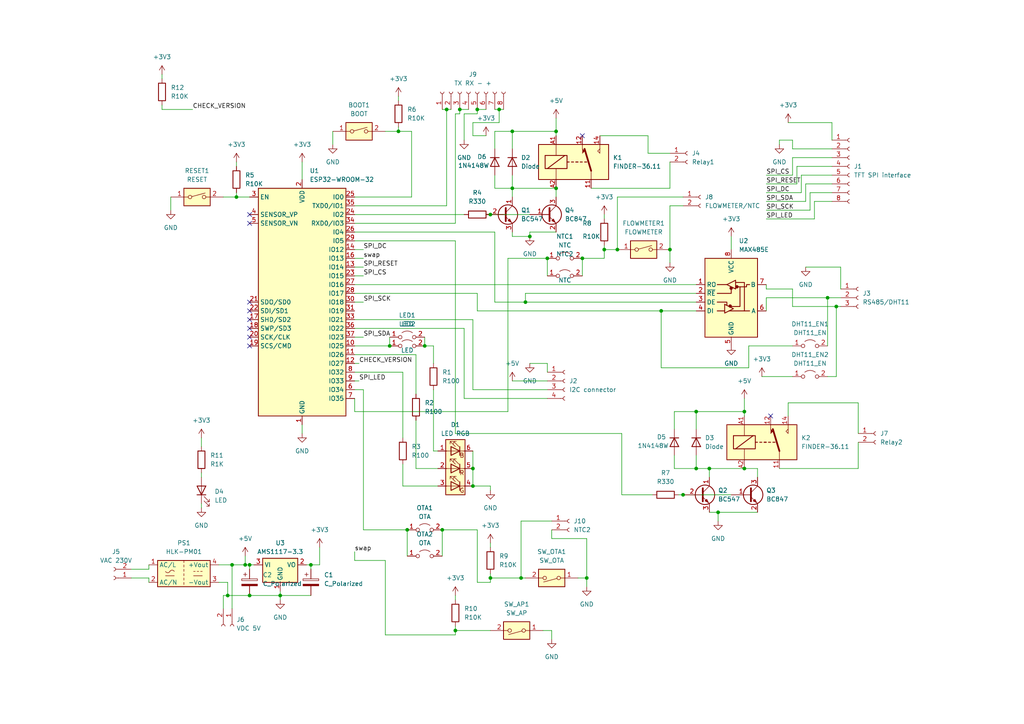
<source format=kicad_sch>
(kicad_sch (version 20250114) (generator "eeschema") (generator_version "9.0")
  (paper "A4")
  (lib_symbols
    (symbol "Connector:Conn_01x02_Socket" (pin_names (offset 1.016) (hide yes))
      (property "Reference" "J" (at 0 2.54 0))
      (property "Value" "Conn_01x02_Socket" (at 0 -5.08 0))
      (symbol "Conn_01x02_Socket_1_1"
        (pin passive line (at -5.08 0 0) (length 3.81) (name "Pin_1") (number "1"))
        (pin passive line (at -5.08 -2.54 0) (length 3.81) (name "Pin_2") (number "2"))
      )
    )
    (symbol "Connector:Conn_01x03_Socket" (pin_names (offset 1.016) (hide yes))
      (property "Reference" "J" (at 0 5.08 0))
      (property "Value" "Conn_01x03_Socket" (at 0 -5.08 0))
      (symbol "Conn_01x03_Socket_1_1"
        (pin passive line (at -5.08 2.54 0) (length 3.81) (name "Pin_1") (number "1"))
        (pin passive line (at -5.08 0 0) (length 3.81) (name "Pin_2") (number "2"))
        (pin passive line (at -5.08 -2.54 0) (length 3.81) (name "Pin_3") (number "3"))
      )
    )
    (symbol "Connector:Conn_01x04_Socket" (pin_names (offset 1.016) (hide yes))
      (property "Reference" "J" (at 0 5.08 0))
      (property "Value" "Conn_01x04_Socket" (at 0 -7.62 0))
      (symbol "Conn_01x04_Socket_1_1"
        (pin passive line (at -5.08 2.54 0) (length 3.81) (name "Pin_1") (number "1"))
        (pin passive line (at -5.08 0 0) (length 3.81) (name "Pin_2") (number "2"))
        (pin passive line (at -5.08 -2.54 0) (length 3.81) (name "Pin_3") (number "3"))
        (pin passive line (at -5.08 -5.08 0) (length 3.81) (name "Pin_4") (number "4"))
      )
    )
    (symbol "Connector:Conn_01x08_Socket" (pin_names (offset 1.016) (hide yes))
      (property "Reference" "J" (at 0 10.16 0))
      (property "Value" "Conn_01x08_Socket" (at 0 -12.7 0))
      (symbol "Conn_01x08_Socket_1_1"
        (pin passive line (at -5.08 7.62 0) (length 3.81) (name "Pin_1") (number "1"))
        (pin passive line (at -5.08 5.08 0) (length 3.81) (name "Pin_2") (number "2"))
        (pin passive line (at -5.08 2.54 0) (length 3.81) (name "Pin_3") (number "3"))
        (pin passive line (at -5.08 0 0) (length 3.81) (name "Pin_4") (number "4"))
        (pin passive line (at -5.08 -2.54 0) (length 3.81) (name "Pin_5") (number "5"))
        (pin passive line (at -5.08 -5.08 0) (length 3.81) (name "Pin_6") (number "6"))
        (pin passive line (at -5.08 -7.62 0) (length 3.81) (name "Pin_7") (number "7"))
        (pin passive line (at -5.08 -10.16 0) (length 3.81) (name "Pin_8") (number "8"))
      )
    )
    (symbol "Converter_ACDC:HLK-PM01"
      (property "Reference" "PS" (at 0 5.08 0))
      (property "Value" "HLK-PM01" (at 0 -5.08 0))
      (symbol "HLK-PM01_1_1"
        (pin power_in line (at -10.16 2.54 0) (length 2.54) (name "AC/L") (number "1"))
        (pin power_in line (at -10.16 -2.54 0) (length 2.54) (name "AC/N") (number "2"))
        (pin power_out line (at 10.16 2.54 180) (length 2.54) (name "+Vout") (number "4"))
        (pin power_out line (at 10.16 -2.54 180) (length 2.54) (name "-Vout") (number "3"))
      )
    )
    (symbol "Device:C_Polarized" (pin_numbers (hide yes)) (pin_names (offset 0.254))
      (property "Reference" "C" (at 0.635 2.54 0))
      (property "Value" "C_Polarized" (at 0.635 -2.54 0))
      (symbol "C_Polarized_1_1"
        (pin passive line (at 0 3.81 270) (length 2.794) (name "~") (number "1"))
        (pin passive line (at 0 -3.81 90) (length 2.794) (name "~") (number "2"))
      )
    )
    (symbol "Device:LED" (pin_numbers (hide yes)) (pin_names (offset 1.016) (hide yes))
      (property "Reference" "D" (at 0 2.54 0))
      (property "Value" "LED" (at 0 -2.54 0))
      (symbol "LED_1_1"
        (pin passive line (at -3.81 0 0) (length 2.54) (name "K") (number "1"))
        (pin passive line (at 3.81 0 180) (length 2.54) (name "A") (number "2"))
      )
    )
    (symbol "Device:R" (pin_numbers (hide yes)) (pin_names (offset 0))
      (property "Reference" "R" (at 2.032 0 90))
      (property "Value" "R" (at 0 0 90))
      (symbol "R_1_1"
        (pin passive line (at 0 3.81 270) (length 1.27) (name "~") (number "1"))
        (pin passive line (at 0 -3.81 90) (length 1.27) (name "~") (number "2"))
      )
    )
    (symbol "Diode:1N4148W" (pin_numbers (hide yes)) (pin_names (hide yes))
      (property "Reference" "D" (at 0 2.54 0))
      (property "Value" "1N4148W" (at 0 -2.54 0))
      (symbol "1N4148W_1_1"
        (pin passive line (at -3.81 0 0) (length 2.54) (name "K") (number "1"))
        (pin passive line (at 3.81 0 180) (length 2.54) (name "A") (number "2"))
      )
    )
    (symbol "Diode:1N5400" (pin_numbers (hide yes)) (pin_names (hide yes))
      (property "Reference" "D" (at 0 2.54 0))
      (property "Value" "1N5400" (at 0 -2.54 0))
      (symbol "1N5400_1_1"
        (pin passive line (at -3.81 0 0) (length 2.54) (name "K") (number "1"))
        (pin passive line (at 3.81 0 180) (length 2.54) (name "A") (number "2"))
      )
    )
    (symbol "Interface_UART:MAX485E"
      (property "Reference" "U" (at -6.096 11.43 0))
      (property "Value" "MAX485E" (at 0.762 11.43 0))
      (symbol "MAX485E_1_1"
        (pin output line (at -10.16 2.54 0) (length 2.54) (name "RO") (number "1"))
        (pin input line (at -10.16 0 0) (length 2.54) (name "~{RE}") (number "2"))
        (pin input line (at -10.16 -2.54 0) (length 2.54) (name "DE") (number "3"))
        (pin input line (at -10.16 -5.08 0) (length 2.54) (name "DI") (number "4"))
        (pin power_in line (at 0 12.7 270) (length 2.54) (name "VCC") (number "8"))
        (pin power_in line (at 0 -15.24 90) (length 2.54) (name "GND") (number "5"))
        (pin bidirectional line (at 10.16 2.54 180) (length 2.54) (name "B") (number "7"))
        (pin bidirectional line (at 10.16 -5.08 180) (length 2.54) (name "A") (number "6"))
      )
    )
    (symbol "Jumper:Jumper_2_Open" (pin_names (offset 0) (hide yes))
      (property "Reference" "JP" (at 0 2.794 0))
      (property "Value" "Jumper_2_Open" (at 0 -2.286 0))
      (symbol "Jumper_2_Open_1_1"
        (pin passive line (at -5.08 0 0) (length 2.54) (name "A") (number "1"))
        (pin passive line (at 5.08 0 180) (length 2.54) (name "B") (number "2"))
      )
    )
    (symbol "LED:SMLVN6RGB" (pin_names (offset 0) (hide yes))
      (property "Reference" "D" (at 0 12.7 0))
      (property "Value" "SMLVN6RGB" (at 0 10.16 0))
      (symbol "SMLVN6RGB_0_0"
        (text "B" (at 1.905 3.81 0) (effects (font (size 1.27 1.27))))
        (text "R" (at 1.905 -1.27 0) (effects (font (size 1.27 1.27))))
        (text "G" (at 1.905 -6.35 0) (effects (font (size 1.27 1.27))))
      )
      (symbol "SMLVN6RGB_1_1"
        (pin passive line (at -5.08 5.08 0) (length 2.54) (name "BA") (number "1"))
        (pin passive line (at -5.08 0 0) (length 2.54) (name "RA") (number "2"))
        (pin passive line (at -5.08 -5.08 0) (length 2.54) (name "GA") (number "3"))
        (pin passive line (at 5.08 5.08 180) (length 2.54) (name "BK") (number "6"))
        (pin passive line (at 5.08 0 180) (length 2.54) (name "RK") (number "5"))
        (pin passive line (at 5.08 -5.08 180) (length 2.54) (name "GK") (number "4"))
      )
    )
    (symbol "RF_Module:ESP32-WROOM-32"
      (property "Reference" "U" (at -12.7 34.29 0))
      (property "Value" "ESP32-WROOM-32" (at 1.27 34.29 0))
      (symbol "ESP32-WROOM-32_1_1"
        (pin input line (at -15.24 30.48 0) (length 2.54) (name "EN") (number "3"))
        (pin input line (at -15.24 25.4 0) (length 2.54) (name "SENSOR_VP") (number "4"))
        (pin input line (at -15.24 22.86 0) (length 2.54) (name "SENSOR_VN") (number "5"))
        (pin bidirectional line (at -15.24 0 0) (length 2.54) (name "SDO/SD0") (number "21"))
        (pin bidirectional line (at -15.24 -2.54 0) (length 2.54) (name "SDI/SD1") (number "22"))
        (pin bidirectional line (at -15.24 -5.08 0) (length 2.54) (name "SHD/SD2") (number "17"))
        (pin bidirectional line (at -15.24 -7.62 0) (length 2.54) (name "SWP/SD3") (number "18"))
        (pin bidirectional line (at -15.24 -10.16 0) (length 2.54) (name "SCK/CLK") (number "20"))
        (pin bidirectional line (at -15.24 -12.7 0) (length 2.54) (name "SCS/CMD") (number "19"))
        (pin no_connect line (at -12.7 -27.94 0) (length 2.54) (hide yes) (name "NC") (number "32"))
        (pin power_in line (at 0 35.56 270) (length 2.54) (name "VDD") (number "2"))
        (pin power_in line (at 0 -35.56 90) (length 2.54) (name "GND") (number "1"))
        (pin passive line (at 0 -35.56 90) (length 2.54) (hide yes) (name "GND") (number "15"))
        (pin passive line (at 0 -35.56 90) (length 2.54) (hide yes) (name "GND") (number "38"))
        (pin passive line (at 0 -35.56 90) (length 2.54) (hide yes) (name "GND") (number "39"))
        (pin bidirectional line (at 15.24 30.48 180) (length 2.54) (name "IO0") (number "25"))
        (pin bidirectional line (at 15.24 27.94 180) (length 2.54) (name "TXD0/IO1") (number "35"))
        (pin bidirectional line (at 15.24 25.4 180) (length 2.54) (name "IO2") (number "24"))
        (pin bidirectional line (at 15.24 22.86 180) (length 2.54) (name "RXD0/IO3") (number "34"))
        (pin bidirectional line (at 15.24 20.32 180) (length 2.54) (name "IO4") (number "26"))
        (pin bidirectional line (at 15.24 17.78 180) (length 2.54) (name "IO5") (number "29"))
        (pin bidirectional line (at 15.24 15.24 180) (length 2.54) (name "IO12") (number "14"))
        (pin bidirectional line (at 15.24 12.7 180) (length 2.54) (name "IO13") (number "16"))
        (pin bidirectional line (at 15.24 10.16 180) (length 2.54) (name "IO14") (number "13"))
        (pin bidirectional line (at 15.24 7.62 180) (length 2.54) (name "IO15") (number "23"))
        (pin bidirectional line (at 15.24 5.08 180) (length 2.54) (name "IO16") (number "27"))
        (pin bidirectional line (at 15.24 2.54 180) (length 2.54) (name "IO17") (number "28"))
        (pin bidirectional line (at 15.24 0 180) (length 2.54) (name "IO18") (number "30"))
        (pin bidirectional line (at 15.24 -2.54 180) (length 2.54) (name "IO19") (number "31"))
        (pin bidirectional line (at 15.24 -5.08 180) (length 2.54) (name "IO21") (number "33"))
        (pin bidirectional line (at 15.24 -7.62 180) (length 2.54) (name "IO22") (number "36"))
        (pin bidirectional line (at 15.24 -10.16 180) (length 2.54) (name "IO23") (number "37"))
        (pin bidirectional line (at 15.24 -12.7 180) (length 2.54) (name "IO25") (number "10"))
        (pin bidirectional line (at 15.24 -15.24 180) (length 2.54) (name "IO26") (number "11"))
        (pin bidirectional line (at 15.24 -17.78 180) (length 2.54) (name "IO27") (number "12"))
        (pin bidirectional line (at 15.24 -20.32 180) (length 2.54) (name "IO32") (number "8"))
        (pin bidirectional line (at 15.24 -22.86 180) (length 2.54) (name "IO33") (number "9"))
        (pin input line (at 15.24 -25.4 180) (length 2.54) (name "IO34") (number "6"))
        (pin input line (at 15.24 -27.94 180) (length 2.54) (name "IO35") (number "7"))
      )
    )
    (symbol "Regulator_Linear:AMS1117-3.3"
      (property "Reference" "U" (at -3.81 3.175 0))
      (property "Value" "AMS1117-3.3" (at 0 3.175 0))
      (symbol "AMS1117-3.3_1_1"
        (pin power_in line (at -7.62 0 0) (length 2.54) (name "VI") (number "3"))
        (pin power_in line (at 0 -7.62 90) (length 2.54) (name "GND") (number "1"))
        (pin power_out line (at 7.62 0 180) (length 2.54) (name "VO") (number "2"))
      )
    )
    (symbol "Relay:FINDER-36.11"
      (property "Reference" "K" (at 11.43 3.81 0))
      (property "Value" "FINDER-36.11" (at 11.43 1.27 0))
      (symbol "FINDER-36.11_1_1"
        (pin passive line (at -5.08 7.62 270) (length 2.54) (name "~") (number "A1"))
        (pin passive line (at -5.08 -7.62 90) (length 2.54) (name "~") (number "A2"))
        (pin passive line (at 2.54 7.62 270) (length 2.54) (name "~") (number "12"))
        (pin passive line (at 5.08 -7.62 90) (length 2.54) (name "~") (number "11"))
        (pin passive line (at 7.62 7.62 270) (length 2.54) (name "~") (number "14"))
      )
    )
    (symbol "Switch:SW_DIP_x01" (pin_names (offset 0) (hide yes))
      (property "Reference" "SW" (at 0 3.81 0))
      (property "Value" "SW_DIP_x01" (at 0 -3.81 0))
      (symbol "SW_DIP_x01_1_1"
        (pin passive line (at -7.62 0 0) (length 5.08) (name "~") (number "1"))
        (pin passive line (at 7.62 0 180) (length 5.08) (name "~") (number "2"))
      )
    )
    (symbol "Transistor_BJT:BC547" (pin_names (offset 0) (hide yes))
      (property "Reference" "Q" (at 5.08 1.905 0))
      (property "Value" "BC547" (at 5.08 0 0))
      (symbol "BC547_1_1"
        (pin input line (at -5.08 0 0) (length 5.08) (name "B") (number "2"))
        (pin passive line (at 2.54 5.08 270) (length 2.54) (name "C") (number "1"))
        (pin passive line (at 2.54 -5.08 90) (length 2.54) (name "E") (number "3"))
      )
    )
    (symbol "Transistor_BJT:BC847" (pin_names (offset 0) (hide yes))
      (property "Reference" "Q" (at 5.08 1.905 0))
      (property "Value" "BC847" (at 5.08 0 0))
      (symbol "BC847_1_1"
        (pin input line (at -5.08 0 0) (length 5.715) (name "B") (number "1"))
        (pin passive line (at 2.54 5.08 270) (length 2.54) (name "C") (number "3"))
        (pin passive line (at 2.54 -5.08 90) (length 2.54) (name "E") (number "2"))
      )
    )
    (symbol "power:+3V3" (power) (pin_names (offset 0))
      (property "Value" "+3V3" (at 0 3.556 0))
      (symbol "+3V3_1_1"
        (pin power_in line (at 0 0 90) (length 0) (hide yes) (name "+3V3") (number "1"))
      )
    )
    (symbol "power:+5V" (power) (pin_names (offset 0))
      (property "Value" "+5V" (at 0 3.556 0))
      (symbol "+5V_1_1"
        (pin power_in line (at 0 0 90) (length 0) (hide yes) (name "+5V") (number "1"))
      )
    )
    (symbol "power:GND" (power) (pin_names (offset 0))
      (property "Value" "GND" (at 0 -3.81 0))
      (symbol "GND_1_1"
        (pin power_in line (at 0 0 270) (length 0) (hide yes) (name "GND") (number "1"))
      )
    )
  )
  (junction (at 81.28 172.72))
  (junction (at 68.58 57.15))
  (junction (at 71.12 163.83))
  (junction (at 215.9 119.38))
  (junction (at 158.75 74.93))
  (junction (at 170.18 167.64))
  (junction (at 201.93 119.38))
  (junction (at 115.57 38.1))
  (junction (at 148.59 38.1))
  (junction (at 66.04 172.72))
  (junction (at 191.77 90.17))
  (junction (at 128.27 153.67))
  (junction (at 138.43 31.75))
  (junction (at 198.12 143.51))
  (junction (at 133.35 31.75))
  (junction (at 152.4 87.63))
  (junction (at 113.03 100.33))
  (junction (at 215.9 135.89))
  (junction (at 153.67 68.58))
  (junction (at 240.03 86.36))
  (junction (at 142.24 62.23))
  (junction (at 67.31 163.83))
  (junction (at 132.08 182.88))
  (junction (at 201.93 135.89))
  (junction (at 161.29 54.61))
  (junction (at 142.24 167.64))
  (junction (at 205.74 135.89))
  (junction (at 118.11 153.67))
  (junction (at 208.28 148.59))
  (junction (at 72.39 163.83))
  (junction (at 72.39 172.72))
  (junction (at 242.57 88.9))
  (junction (at 90.17 163.83))
  (junction (at 194.31 72.39))
  (junction (at 179.07 72.39))
  (junction (at 148.59 54.61))
  (junction (at 168.91 74.93))
  (junction (at 175.26 72.39))
  (junction (at 161.29 38.1))
  (junction (at 144.78 31.75))
  (junction (at 123.19 100.33))
  (junction (at 137.16 135.89))
  (junction (at 137.16 140.97))
  (junction (at 129.54 31.75))
  (junction (at 151.13 167.64))
  (no_connect (at 72.39 92.71))
  (no_connect (at 72.39 90.17))
  (no_connect (at 72.39 97.79))
  (no_connect (at 72.39 64.77))
  (no_connect (at 168.91 39.37))
  (no_connect (at 72.39 62.23))
  (no_connect (at 72.39 95.25))
  (no_connect (at 72.39 100.33))
  (no_connect (at 72.39 87.63))
  (no_connect (at 223.52 120.65))
  (wire (pts (xy 231.14 53.34) (xy 231.14 48.26)))
  (wire (pts (xy 102.87 62.23) (xy 134.62 62.23)))
  (wire (pts (xy 137.16 92.71) (xy 102.87 92.71)))
  (wire (pts (xy 64.77 172.72) (xy 66.04 172.72)))
  (wire (pts (xy 194.31 59.69) (xy 198.12 59.69)))
  (wire (pts (xy 248.92 128.27) (xy 248.92 135.89)))
  (wire (pts (xy 58.42 137.16) (xy 58.42 138.43)))
  (wire (pts (xy 231.14 48.26) (xy 241.3 48.26)))
  (wire (pts (xy 142.24 182.88) (xy 132.08 182.88)))
  (wire (pts (xy 201.93 119.38) (xy 215.9 119.38)))
  (wire (pts (xy 191.77 90.17) (xy 201.93 90.17)))
  (wire (pts (xy 196.85 143.51) (xy 198.12 143.51)))
  (wire (pts (xy 102.87 160.02) (xy 102.87 162.56)))
  (wire (pts (xy 143.51 87.63) (xy 152.4 87.63)))
  (wire (pts (xy 222.25 53.34) (xy 231.14 53.34)))
  (wire (pts (xy 133.35 31.75) (xy 133.35 33.02)))
  (wire (pts (xy 242.57 88.9) (xy 243.84 88.9)))
  (wire (pts (xy 111.76 162.56) (xy 111.76 184.15)))
  (wire (pts (xy 187.96 44.45) (xy 187.96 39.37)))
  (wire (pts (xy 72.39 172.72) (xy 81.28 172.72)))
  (wire (pts (xy 194.31 72.39) (xy 194.31 59.69)))
  (wire (pts (xy 228.6 120.65) (xy 228.6 116.84)))
  (wire (pts (xy 173.99 39.37) (xy 187.96 39.37)))
  (wire (pts (xy 229.87 40.64) (xy 226.06 40.64)))
  (wire (pts (xy 125.73 130.81) (xy 127 130.81)))
  (wire (pts (xy 143.51 43.18) (xy 143.51 38.1)))
  (wire (pts (xy 43.18 167.64) (xy 38.1 167.64)))
  (wire (pts (xy 142.24 167.64) (xy 151.13 167.64)))
  (wire (pts (xy 248.92 135.89) (xy 226.06 135.89)))
  (wire (pts (xy 191.77 106.68) (xy 217.17 106.68)))
  (wire (pts (xy 137.16 130.81) (xy 137.16 135.89)))
  (wire (pts (xy 222.25 86.36) (xy 240.03 86.36)))
  (wire (pts (xy 142.24 62.23) (xy 140.97 62.23)))
  (wire (pts (xy 102.87 97.79) (xy 105.41 97.79)))
  (wire (pts (xy 128.27 31.75) (xy 129.54 31.75)))
  (wire (pts (xy 148.59 54.61) (xy 148.59 57.15)))
  (wire (pts (xy 143.51 54.61) (xy 148.59 54.61)))
  (wire (pts (xy 102.87 95.25) (xy 134.62 95.25)))
  (wire (pts (xy 143.51 67.31) (xy 143.51 87.63)))
  (wire (pts (xy 180.34 125.73) (xy 180.34 143.51)))
  (wire (pts (xy 137.16 140.97) (xy 142.24 140.97)))
  (wire (pts (xy 217.17 106.68) (xy 217.17 100.33)))
  (wire (pts (xy 67.31 163.83) (xy 67.31 176.53)))
  (wire (pts (xy 205.74 148.59) (xy 208.28 148.59)))
  (wire (pts (xy 148.59 68.58) (xy 148.59 67.31)))
  (wire (pts (xy 195.58 119.38) (xy 195.58 124.46)))
  (wire (pts (xy 151.13 151.13) (xy 151.13 167.64)))
  (wire (pts (xy 73.66 163.83) (xy 72.39 163.83)))
  (wire (pts (xy 102.87 82.55) (xy 201.93 82.55)))
  (wire (pts (xy 138.43 85.09) (xy 102.87 85.09)))
  (wire (pts (xy 142.24 166.37) (xy 142.24 167.64)))
  (wire (pts (xy 90.17 163.83) (xy 88.9 163.83)))
  (wire (pts (xy 168.91 74.93) (xy 175.26 74.93)))
  (wire (pts (xy 134.62 95.25) (xy 134.62 115.57)))
  (wire (pts (xy 228.6 35.56) (xy 241.3 35.56)))
  (wire (pts (xy 102.87 72.39) (xy 105.41 72.39)))
  (wire (pts (xy 228.6 116.84) (xy 248.92 116.84)))
  (wire (pts (xy 175.26 62.23) (xy 175.26 63.5)))
  (wire (pts (xy 241.3 55.88) (xy 234.95 55.88)))
  (wire (pts (xy 111.76 38.1) (xy 115.57 38.1)))
  (wire (pts (xy 119.38 57.15) (xy 102.87 57.15)))
  (wire (pts (xy 129.54 59.69) (xy 102.87 59.69)))
  (wire (pts (xy 115.57 38.1) (xy 119.38 38.1)))
  (wire (pts (xy 242.57 109.22) (xy 240.03 109.22)))
  (wire (pts (xy 142.24 62.23) (xy 153.67 62.23)))
  (wire (pts (xy 170.18 167.64) (xy 170.18 170.18)))
  (wire (pts (xy 64.77 172.72) (xy 64.77 176.53)))
  (wire (pts (xy 217.17 100.33) (xy 229.87 100.33)))
  (wire (pts (xy 215.9 115.57) (xy 215.9 119.38)))
  (wire (pts (xy 102.87 105.41) (xy 104.14 105.41)))
  (wire (pts (xy 90.17 163.83) (xy 90.17 165.1)))
  (wire (pts (xy 140.97 39.37) (xy 137.16 39.37)))
  (wire (pts (xy 115.57 27.94) (xy 115.57 29.21)))
  (wire (pts (xy 102.87 69.85) (xy 132.08 69.85)))
  (wire (pts (xy 194.31 54.61) (xy 171.45 54.61)))
  (wire (pts (xy 147.32 74.93) (xy 147.32 119.38)))
  (wire (pts (xy 138.43 90.17) (xy 138.43 85.09)))
  (wire (pts (xy 87.63 123.19) (xy 87.63 125.73)))
  (wire (pts (xy 232.41 50.8) (xy 232.41 55.88)))
  (wire (pts (xy 132.08 69.85) (xy 132.08 125.73)))
  (wire (pts (xy 113.03 97.79) (xy 113.03 100.33)))
  (wire (pts (xy 241.3 53.34) (xy 233.68 53.34)))
  (wire (pts (xy 208.28 148.59) (xy 219.71 148.59)))
  (wire (pts (xy 102.87 87.63) (xy 105.41 87.63)))
  (wire (pts (xy 161.29 54.61) (xy 161.29 57.15)))
  (wire (pts (xy 161.29 67.31) (xy 153.67 67.31)))
  (wire (pts (xy 129.54 31.75) (xy 130.81 31.75)))
  (wire (pts (xy 222.25 50.8) (xy 229.87 50.8)))
  (wire (pts (xy 229.87 45.72) (xy 241.3 45.72)))
  (wire (pts (xy 198.12 143.51) (xy 212.09 143.51)))
  (wire (pts (xy 137.16 113.03) (xy 137.16 92.71)))
  (wire (pts (xy 116.84 107.95) (xy 116.84 127)))
  (wire (pts (xy 160.02 153.67) (xy 160.02 156.21)))
  (wire (pts (xy 132.08 172.72) (xy 132.08 173.99)))
  (wire (pts (xy 160.02 156.21) (xy 170.18 156.21)))
  (wire (pts (xy 153.67 105.41) (xy 158.75 105.41)))
  (wire (pts (xy 105.41 153.67) (xy 105.41 113.03)))
  (wire (pts (xy 92.71 158.75) (xy 92.71 163.83)))
  (wire (pts (xy 234.95 55.88) (xy 234.95 60.96)))
  (wire (pts (xy 102.87 119.38) (xy 102.87 115.57)))
  (wire (pts (xy 102.87 64.77) (xy 132.08 64.77)))
  (wire (pts (xy 148.59 110.49) (xy 158.75 110.49)))
  (wire (pts (xy 205.74 135.89) (xy 201.93 135.89)))
  (wire (pts (xy 137.16 39.37) (xy 137.16 35.56)))
  (wire (pts (xy 71.12 163.83) (xy 72.39 163.83)))
  (wire (pts (xy 125.73 130.81) (xy 125.73 113.03)))
  (wire (pts (xy 158.75 74.93) (xy 158.75 80.01)))
  (wire (pts (xy 102.87 102.87) (xy 120.65 102.87)))
  (wire (pts (xy 63.5 163.83) (xy 67.31 163.83)))
  (wire (pts (xy 219.71 135.89) (xy 219.71 138.43)))
  (wire (pts (xy 222.25 83.82) (xy 229.87 83.82)))
  (wire (pts (xy 96.52 38.1) (xy 96.52 41.91)))
  (wire (pts (xy 120.65 102.87) (xy 120.65 114.3)))
  (wire (pts (xy 241.3 35.56) (xy 241.3 40.64)))
  (wire (pts (xy 161.29 38.1) (xy 161.29 39.37)))
  (wire (pts (xy 115.57 36.83) (xy 115.57 38.1)))
  (wire (pts (xy 119.38 38.1) (xy 119.38 57.15)))
  (wire (pts (xy 138.43 168.91) (xy 138.43 153.67)))
  (wire (pts (xy 151.13 167.64) (xy 152.4 167.64)))
  (wire (pts (xy 180.34 143.51) (xy 189.23 143.51)))
  (wire (pts (xy 46.99 31.75) (xy 55.88 31.75)))
  (wire (pts (xy 175.26 72.39) (xy 175.26 71.12)))
  (wire (pts (xy 201.93 87.63) (xy 152.4 87.63)))
  (wire (pts (xy 194.31 44.45) (xy 187.96 44.45)))
  (wire (pts (xy 132.08 33.02) (xy 132.08 64.77)))
  (wire (pts (xy 194.31 46.99) (xy 194.31 54.61)))
  (wire (pts (xy 138.43 33.02) (xy 138.43 31.75)))
  (wire (pts (xy 198.12 57.15) (xy 179.07 57.15)))
  (wire (pts (xy 46.99 30.48) (xy 46.99 31.75)))
  (wire (pts (xy 49.53 57.15) (xy 49.53 60.96)))
  (wire (pts (xy 152.4 85.09) (xy 152.4 87.63)))
  (wire (pts (xy 102.87 80.01) (xy 105.41 80.01)))
  (wire (pts (xy 226.06 40.64) (xy 226.06 41.91)))
  (wire (pts (xy 201.93 124.46) (xy 201.93 119.38)))
  (wire (pts (xy 87.63 52.07) (xy 87.63 46.99)))
  (wire (pts (xy 191.77 90.17) (xy 191.77 106.68)))
  (wire (pts (xy 133.35 33.02) (xy 132.08 33.02)))
  (wire (pts (xy 243.84 77.47) (xy 243.84 83.82)))
  (wire (pts (xy 167.64 167.64) (xy 170.18 167.64)))
  (wire (pts (xy 240.03 86.36) (xy 243.84 86.36)))
  (wire (pts (xy 43.18 165.1) (xy 43.18 163.83)))
  (wire (pts (xy 170.18 156.21) (xy 170.18 167.64)))
  (wire (pts (xy 153.67 67.31) (xy 153.67 68.58)))
  (wire (pts (xy 148.59 68.58) (xy 153.67 68.58)))
  (wire (pts (xy 142.24 140.97) (xy 142.24 142.24)))
  (wire (pts (xy 236.22 63.5) (xy 222.25 63.5)))
  (wire (pts (xy 102.87 67.31) (xy 143.51 67.31)))
  (wire (pts (xy 81.28 171.45) (xy 81.28 172.72)))
  (wire (pts (xy 208.28 148.59) (xy 208.28 151.13)))
  (wire (pts (xy 179.07 57.15) (xy 179.07 72.39)))
  (wire (pts (xy 142.24 157.48) (xy 142.24 158.75)))
  (wire (pts (xy 58.42 127) (xy 58.42 129.54)))
  (wire (pts (xy 161.29 34.29) (xy 161.29 38.1)))
  (wire (pts (xy 236.22 58.42) (xy 236.22 63.5)))
  (wire (pts (xy 142.24 167.64) (xy 142.24 168.91)))
  (wire (pts (xy 143.51 38.1) (xy 148.59 38.1)))
  (wire (pts (xy 158.75 113.03) (xy 137.16 113.03)))
  (wire (pts (xy 120.65 135.89) (xy 127 135.89)))
  (wire (pts (xy 92.71 163.83) (xy 90.17 163.83)))
  (wire (pts (xy 81.28 172.72) (xy 81.28 173.99)))
  (wire (pts (xy 102.87 162.56) (xy 111.76 162.56)))
  (wire (pts (xy 63.5 168.91) (xy 66.04 168.91)))
  (wire (pts (xy 205.74 135.89) (xy 205.74 138.43)))
  (wire (pts (xy 229.87 83.82) (xy 229.87 88.9)))
  (wire (pts (xy 116.84 140.97) (xy 127 140.97)))
  (wire (pts (xy 222.25 83.82) (xy 222.25 82.55)))
  (wire (pts (xy 138.43 168.91) (xy 142.24 168.91)))
  (wire (pts (xy 241.3 50.8) (xy 232.41 50.8)))
  (wire (pts (xy 58.42 146.05) (xy 58.42 147.32)))
  (wire (pts (xy 66.04 168.91) (xy 66.04 172.72)))
  (wire (pts (xy 201.93 85.09) (xy 152.4 85.09)))
  (wire (pts (xy 68.58 57.15) (xy 72.39 57.15)))
  (wire (pts (xy 215.9 135.89) (xy 219.71 135.89)))
  (wire (pts (xy 118.11 153.67) (xy 105.41 153.67)))
  (wire (pts (xy 138.43 153.67) (xy 128.27 153.67)))
  (wire (pts (xy 220.98 109.22) (xy 229.87 109.22)))
  (wire (pts (xy 195.58 132.08) (xy 195.58 135.89)))
  (wire (pts (xy 64.77 57.15) (xy 68.58 57.15)))
  (wire (pts (xy 129.54 31.75) (xy 129.54 59.69)))
  (wire (pts (xy 143.51 31.75) (xy 144.78 31.75)))
  (wire (pts (xy 134.62 115.57) (xy 158.75 115.57)))
  (wire (pts (xy 138.43 31.75) (xy 140.97 31.75)))
  (wire (pts (xy 132.08 181.61) (xy 132.08 182.88)))
  (wire (pts (xy 233.68 53.34) (xy 233.68 58.42)))
  (wire (pts (xy 116.84 140.97) (xy 116.84 134.62)))
  (wire (pts (xy 215.9 119.38) (xy 215.9 120.65)))
  (wire (pts (xy 168.91 74.93) (xy 168.91 80.01)))
  (wire (pts (xy 147.32 119.38) (xy 102.87 119.38)))
  (wire (pts (xy 118.11 153.67) (xy 118.11 161.29)))
  (wire (pts (xy 120.65 121.92) (xy 120.65 135.89)))
  (wire (pts (xy 46.99 21.59) (xy 46.99 22.86)))
  (wire (pts (xy 222.25 86.36) (xy 222.25 90.17)))
  (wire (pts (xy 144.78 31.75) (xy 146.05 31.75)))
  (wire (pts (xy 158.75 105.41) (xy 158.75 107.95)))
  (wire (pts (xy 66.04 172.72) (xy 72.39 172.72)))
  (wire (pts (xy 232.41 55.88) (xy 222.25 55.88)))
  (wire (pts (xy 229.87 88.9) (xy 242.57 88.9)))
  (wire (pts (xy 194.31 72.39) (xy 194.31 76.2)))
  (wire (pts (xy 102.87 100.33) (xy 113.03 100.33)))
  (wire (pts (xy 102.87 107.95) (xy 116.84 107.95)))
  (wire (pts (xy 68.58 46.99) (xy 68.58 48.26)))
  (wire (pts (xy 38.1 165.1) (xy 43.18 165.1)))
  (wire (pts (xy 229.87 43.18) (xy 229.87 40.64)))
  (wire (pts (xy 160.02 182.88) (xy 160.02 185.42)))
  (wire (pts (xy 201.93 119.38) (xy 195.58 119.38)))
  (wire (pts (xy 72.39 163.83) (xy 72.39 165.1)))
  (wire (pts (xy 160.02 182.88) (xy 157.48 182.88)))
  (wire (pts (xy 71.12 163.83) (xy 71.12 161.29)))
  (wire (pts (xy 123.19 100.33) (xy 125.73 100.33)))
  (wire (pts (xy 241.3 43.18) (xy 229.87 43.18)))
  (wire (pts (xy 102.87 77.47) (xy 105.41 77.47)))
  (wire (pts (xy 212.09 68.58) (xy 212.09 72.39)))
  (wire (pts (xy 175.26 74.93) (xy 175.26 72.39)))
  (wire (pts (xy 229.87 50.8) (xy 229.87 45.72)))
  (wire (pts (xy 134.62 33.02) (xy 138.43 33.02)))
  (wire (pts (xy 144.78 31.75) (xy 144.78 35.56)))
  (wire (pts (xy 148.59 38.1) (xy 161.29 38.1)))
  (wire (pts (xy 143.51 54.61) (xy 143.51 50.8)))
  (wire (pts (xy 90.17 172.72) (xy 81.28 172.72)))
  (wire (pts (xy 248.92 116.84) (xy 248.92 125.73)))
  (wire (pts (xy 148.59 50.8) (xy 148.59 54.61)))
  (wire (pts (xy 148.59 54.61) (xy 161.29 54.61)))
  (wire (pts (xy 148.59 43.18) (xy 148.59 38.1)))
  (wire (pts (xy 123.19 97.79) (xy 123.19 100.33)))
  (wire (pts (xy 242.57 88.9) (xy 242.57 109.22)))
  (wire (pts (xy 102.87 74.93) (xy 105.41 74.93)))
  (wire (pts (xy 67.31 163.83) (xy 71.12 163.83)))
  (wire (pts (xy 68.58 55.88) (xy 68.58 57.15)))
  (wire (pts (xy 132.08 182.88) (xy 132.08 184.15)))
  (wire (pts (xy 128.27 153.67) (xy 128.27 161.29)))
  (wire (pts (xy 105.41 113.03) (xy 102.87 113.03)))
  (wire (pts (xy 233.68 77.47) (xy 243.84 77.47)))
  (wire (pts (xy 132.08 125.73) (xy 180.34 125.73)))
  (wire (pts (xy 102.87 110.49) (xy 104.14 110.49)))
  (wire (pts (xy 233.68 58.42) (xy 222.25 58.42)))
  (wire (pts (xy 144.78 35.56) (xy 137.16 35.56)))
  (wire (pts (xy 43.18 168.91) (xy 43.18 167.64)))
  (wire (pts (xy 133.35 31.75) (xy 135.89 31.75)))
  (wire (pts (xy 160.02 151.13) (xy 151.13 151.13)))
  (wire (pts (xy 234.95 60.96) (xy 222.25 60.96)))
  (wire (pts (xy 175.26 72.39) (xy 179.07 72.39)))
  (wire (pts (xy 205.74 135.89) (xy 215.9 135.89)))
  (wire (pts (xy 201.93 132.08) (xy 201.93 135.89)))
  (wire (pts (xy 241.3 58.42) (xy 236.22 58.42)))
  (wire (pts (xy 134.62 33.02) (xy 134.62 40.64)))
  (wire (pts (xy 125.73 100.33) (xy 125.73 105.41)))
  (wire (pts (xy 111.76 184.15) (xy 132.08 184.15)))
  (wire (pts (xy 138.43 90.17) (xy 191.77 90.17)))
  (wire (pts (xy 137.16 135.89) (xy 137.16 140.97)))
  (wire (pts (xy 195.58 135.89) (xy 201.93 135.89)))
  (wire (pts (xy 158.75 74.93) (xy 147.32 74.93)))
  (wire (pts (xy 240.03 86.36) (xy 240.03 100.33)))
  (label "SPI_LED" (at 104.14 110.49 0))
  (label "CHECK_VERSION" (at 55.88 31.75 0))
  (label "SPI_LED" (at 222.25 63.5 0))
  (label "SPI_SCK" (at 105.41 87.63 0))
  (label "SPI_CS" (at 105.41 80.01 0))
  (label "SPI_RESET" (at 105.41 77.47 0))
  (label "SPI_CS" (at 222.25 50.8 0))
  (label "SPI_SDA" (at 222.25 58.42 0))
  (label "SPI_DC" (at 105.41 72.39 0))
  (label "SPI_SCK" (at 222.25 60.96 0))
  (label "swap" (at 102.87 160.02 0))
  (label "SPI_RESET" (at 222.25 53.34 0))
  (label "SPI_DC" (at 222.25 55.88 0))
  (label "swap" (at 105.41 74.93 0))
  (label "SPI_SDA" (at 105.41 97.79 0))
  (label "CHECK_VERSION" (at 104.14 105.41 0))
  (symbol (lib_id "power:GND") (at 153.67 68.58 0) (unit 1)
    (property "Reference" "#PWR011" (effects (hide yes)))
    (property "Value" "GND" (at 153.67 73.66 0))
  )
  (symbol (lib_id "Device:R") (at 138.43 62.23 90) (unit 1)
    (property "Reference" "R4" (at 138.43 55.88 90))
    (property "Value" "R330" (at 138.43 58.42 90))
    (property "Footprint" "Resistor_SMD:R_1206_3216Metric" (effects (hide yes)))
  )
  (symbol (lib_id "power:GND") (at 160.02 185.42 0) (unit 1)
    (property "Reference" "#PWR027" (effects (hide yes)))
    (property "Value" "GND" (at 160.02 190.5 0))
  )
  (symbol (lib_id "Connector:Conn_01x04_Socket") (at 163.83 110.49 0) (unit 1)
    (property "Reference" "J2" (at 165.1 110.49 0) (effects (justify left)))
    (property "Value" "I2C connector" (at 165.1 113.03 0) (effects (justify left)))
    (property "Footprint" "Connector_JST:JST_XH_B4B-XH-AM_1x04_P2.50mm_Vertical" (effects (hide yes)))
  )
  (symbol (lib_id "Device:R") (at 116.84 130.81 180) (unit 1)
    (property "Reference" "R3" (at 119.38 129.54 0) (effects (justify right)))
    (property "Value" "R100" (at 119.38 132.08 0) (effects (justify right)))
    (property "Footprint" "Resistor_SMD:R_1206_3216Metric" (effects (hide yes)))
  )
  (symbol (lib_id "power:+3V3") (at 228.6 35.56 0) (unit 1)
    (property "Reference" "#PWR028" (effects (hide yes)))
    (property "Value" "+3V3" (at 228.6 30.48 0))
  )
  (symbol (lib_id "power:+5V") (at 148.59 110.49 0) (unit 1)
    (property "Reference" "#PWR05" (effects (hide yes)))
    (property "Value" "+5V" (at 148.59 105.41 0))
  )
  (symbol (lib_id "Transistor_BJT:BC847") (at 158.75 62.23 0) (unit 1)
    (property "Reference" "Q4" (at 163.83 60.9599 0) (effects (justify left)))
    (property "Value" "BC847" (at 163.83 63.4999 0) (effects (justify left)))
    (property "Footprint" "Package_TO_SOT_SMD:SOT-23" (effects (hide yes)))
    (property "Datasheet" "http://www.infineon.com/dgdl/Infineon-BC847SERIES_BC848SERIES_BC849SERIES_BC850SERIES-DS-v01_01-en.pdf?fileId=db3a304314dca389011541d4630a1657" (effects (hide yes)))
    (property "Description" "0.1A Ic, 45V Vce, NPN Transistor, SOT-23" (effects (hide yes)))
  )
  (symbol (lib_id "RF_Module:ESP32-WROOM-32") (at 87.63 87.63 0) (unit 1)
    (property "Reference" "U1" (at 89.8241 49.53 0) (effects (justify left)))
    (property "Value" "ESP32-WROOM-32" (at 89.8241 52.07 0) (effects (justify left)))
    (property "Footprint" "RF_Module:ESP32-WROOM-32" (effects (hide yes)))
    (property "Datasheet" "https://www.espressif.com/sites/default/files/documentation/esp32-wroom-32_datasheet_en.pdf" (effects (hide yes)))
  )
  (symbol (lib_id "Transistor_BJT:BC547") (at 203.2 143.51 0) (unit 1)
    (property "Reference" "Q2" (at 208.28 142.24 0) (effects (justify left)))
    (property "Value" "BC547" (at 208.28 144.78 0) (effects (justify left)))
    (property "Footprint" "Package_TO_SOT_THT:TO-92_Inline" (effects (hide yes)))
    (property "Datasheet" "https://www.onsemi.com/pub/Collateral/BC550-D.pdf" (effects (hide yes)))
  )
  (symbol (lib_id "power:+5V") (at 71.12 161.29 0) (unit 1)
    (property "Reference" "#PWR019" (effects (hide yes)))
    (property "Value" "+5V" (at 71.12 156.21 0))
  )
  (symbol (lib_id "Device:C_Polarized") (at 90.17 168.91 0) (unit 1)
    (property "Reference" "C1" (at 93.98 166.751 0) (effects (justify left)))
    (property "Value" "C_Polarized" (at 93.98 169.291 0) (effects (justify left)))
    (property "Footprint" "Capacitor_THT:CP_Radial_D10.0mm_P5.00mm" (effects (hide yes)))
  )
  (symbol (lib_id "Device:LED") (at 58.42 142.24 90) (unit 1)
    (property "Reference" "D4" (at 62.23 142.5575 90) (effects (justify right)))
    (property "Value" "LED" (at 62.23 145.0975 90) (effects (justify right)))
    (property "Footprint" "LED_SMD:LED_1206_3216Metric_Pad1.42x1.75mm_HandSolder" (effects (hide yes)))
  )
  (symbol (lib_id "power:GND") (at 58.42 147.32 0) (unit 1)
    (property "Reference" "#PWR030" (effects (hide yes)))
    (property "Value" "GND" (at 58.42 152.4 0))
  )
  (symbol (lib_id "Connector:Conn_01x02_Socket") (at 254 125.73 0) (unit 1)
    (property "Reference" "J7" (at 255.27 125.73 0) (effects (justify left)))
    (property "Value" "Relay2" (at 255.27 128.27 0) (effects (justify left)))
    (property "Footprint" "TerminalBlock:TerminalBlock_Altech_AK300-2_P5.00mm" (effects (hide yes)))
  )
  (symbol (lib_id "power:+3V3") (at 46.99 21.59 0) (unit 1)
    (property "Reference" "#PWR022" (effects (hide yes)))
    (property "Value" "+3V3" (at 46.99 16.51 0))
  )
  (symbol (lib_id "Device:R") (at 120.65 118.11 180) (unit 1)
    (property "Reference" "R2" (at 123.19 116.84 0) (effects (justify right)))
    (property "Value" "R100" (at 123.19 119.38 0) (effects (justify right)))
    (property "Footprint" "Resistor_SMD:R_1206_3216Metric" (effects (hide yes)))
  )
  (symbol (lib_id "Relay:FINDER-36.11") (at 166.37 46.99 0) (unit 1)
    (property "Reference" "K1" (at 177.8 45.72 0) (effects (justify left)))
    (property "Value" "FINDER-36.11" (at 177.8 48.26 0) (effects (justify left)))
    (property "Footprint" "Relay_THT:Relay_SPDT_Finder_36.11" (effects (hide yes)))
    (property "Datasheet" "https://gfinder.findernet.com/public/attachments/36/EN/S36EN.pdf" (effects (hide yes)))
  )
  (symbol (lib_id "Transistor_BJT:BC847") (at 217.17 143.51 0) (unit 1)
    (property "Reference" "Q3" (at 222.25 142.2399 0) (effects (justify left)))
    (property "Value" "BC847" (at 222.25 144.7799 0) (effects (justify left)))
    (property "Footprint" "Package_TO_SOT_SMD:SOT-23" (effects (hide yes)))
    (property "Datasheet" "http://www.infineon.com/dgdl/Infineon-BC847SERIES_BC848SERIES_BC849SERIES_BC850SERIES-DS-v01_01-en.pdf?fileId=db3a304314dca389011541d4630a1657" (effects (hide yes)))
    (property "Description" "0.1A Ic, 45V Vce, NPN Transistor, SOT-23" (effects (hide yes)))
  )
  (symbol (lib_id "Device:R") (at 58.42 133.35 180) (unit 1)
    (property "Reference" "R11" (at 60.96 132.08 0) (effects (justify right)))
    (property "Value" "R1K" (at 60.96 134.62 0) (effects (justify right)))
    (property "Footprint" "Resistor_SMD:R_1206_3216Metric" (effects (hide yes)))
  )
  (symbol (lib_id "power:GND") (at 194.31 76.2 0) (unit 1)
    (property "Reference" "#PWR033" (effects (hide yes)))
    (property "Value" "GND" (at 194.31 81.28 0))
  )
  (symbol (lib_id "power:GND") (at 96.52 41.91 0) (unit 1)
    (property "Reference" "#PWR015" (effects (hide yes)))
    (property "Value" "GND" (at 96.52 46.99 0))
  )
  (symbol (lib_id "Switch:SW_DIP_x01") (at 57.15 57.15 0) (unit 1)
    (property "Reference" "RESET1" (at 57.15 49.53 0))
    (property "Value" "RESET" (at 57.15 52.07 0))
    (property "Footprint" "Button_Switch_THT:SW_PUSH_6mm_H4.3mm" (effects (hide yes)))
  )
  (symbol (lib_id "power:GND") (at 208.28 151.13 0) (unit 1)
    (property "Reference" "#PWR020" (effects (hide yes)))
    (property "Value" "GND" (at 208.28 156.21 0))
  )
  (symbol (lib_id "Jumper:Jumper_2_Open") (at 234.95 100.33 0) (unit 1)
    (property "Reference" "DHT11_EN1" (at 234.95 93.98 0))
    (property "Value" "DHT11_EN" (at 234.95 96.52 0))
    (property "Footprint" "Jumper:SolderJumper-2_P1.3mm_Open_RoundedPad1.0x1.5mm" (effects (hide yes)))
  )
  (symbol (lib_id "Jumper:Jumper_2_Open") (at 118.11 100.33 0) (unit 1)
    (property "Reference" "LED2" (at 118.11 93.98 0))
    (property "Value" "LED" (at 118.11 101.6 0))
    (property "Footprint" "Connector_PinHeader_2.54mm:PinHeader_1x02_P2.54mm_Vertical" (effects (hide yes)))
  )
  (symbol (lib_id "power:GND") (at 49.53 60.96 0) (unit 1)
    (property "Reference" "#PWR013" (effects (hide yes)))
    (property "Value" "GND" (at 49.53 66.04 0))
  )
  (symbol (lib_id "Jumper:Jumper_2_Open") (at 163.83 80.01 0) (unit 1)
    (property "Reference" "NTC2" (at 163.83 73.66 0))
    (property "Value" "NTC" (at 163.83 81.28 0))
    (property "Footprint" "Jumper:SolderJumper-2_P1.3mm_Open_RoundedPad1.0x1.5mm" (effects (hide yes)))
  )
  (symbol (lib_id "Jumper:Jumper_2_Open") (at 118.11 97.79 0) (unit 1)
    (property "Reference" "LED1" (at 118.11 91.44 0))
    (property "Value" "LED" (at 118.11 93.98 0))
    (property "Footprint" "Jumper:SolderJumper-2_P1.3mm_Open_RoundedPad1.0x1.5mm" (effects (hide yes)))
  )
  (symbol (lib_id "Jumper:Jumper_2_Open") (at 163.83 74.93 0) (unit 1)
    (property "Reference" "NTC1" (at 163.83 68.58 0))
    (property "Value" "NTC" (at 163.83 71.12 0))
    (property "Footprint" "Connector_PinHeader_2.54mm:PinHeader_1x02_P2.54mm_Vertical" (effects (hide yes)))
  )
  (symbol (lib_id "power:GND") (at 212.09 100.33 0) (unit 1)
    (property "Reference" "#PWR07" (effects (hide yes)))
    (property "Value" "GND" (at 212.09 105.41 0))
  )
  (symbol (lib_id "Converter_ACDC:HLK-PM01") (at 53.34 166.37 0) (unit 1)
    (property "Reference" "PS1" (at 53.34 157.48 0))
    (property "Value" "HLK-PM01" (at 53.34 160.02 0))
    (property "Footprint" "Converter_ACDC:Converter_ACDC_HiLink_HLK-PMxx" (effects (hide yes)))
    (property "Datasheet" "http://www.hlktech.net/product_detail.php?ProId=54" (effects (hide yes)))
  )
  (symbol (lib_id "Diode:1N4148W") (at 143.51 46.99 270) (unit 1)
    (property "Reference" "D6" (at 138.43 45.466 90) (effects (justify left)))
    (property "Value" "1N4148W" (at 132.842 48.006 90) (effects (justify left)))
    (property "Footprint" "Diode_SMD:D_SOD-123" (effects (hide yes)))
    (property "Datasheet" "https://www.vishay.com/docs/85748/1n4148w.pdf" (effects (hide yes)))
    (property "Description" "75V 0.15A Fast Switching Diode, SOD-123" (effects (hide yes)))
    (property "Sim.Device" "D" (effects (hide yes)))
    (property "Sim.Pins" "1=K 2=A" (effects (hide yes)))
  )
  (symbol (lib_id "Jumper:Jumper_2_Open") (at 234.95 109.22 0) (unit 1)
    (property "Reference" "DHT11_EN2" (at 234.95 102.87 0))
    (property "Value" "DHT11_EN" (at 234.95 105.41 0))
    (property "Footprint" "Jumper:SolderJumper-2_P1.3mm_Open_RoundedPad1.0x1.5mm" (effects (hide yes)))
  )
  (symbol (lib_id "Regulator_Linear:AMS1117-3.3") (at 81.28 163.83 0) (unit 1)
    (property "Reference" "U3" (at 81.28 157.48 0))
    (property "Value" "AMS1117-3.3" (at 81.28 160.02 0))
    (property "Footprint" "Package_TO_SOT_SMD:SOT-223-3_TabPin2" (effects (hide yes)))
    (property "Datasheet" "http://www.advanced-monolithic.com/pdf/ds1117.pdf" (effects (hide yes)))
  )
  (symbol (lib_id "Switch:SW_DIP_x01") (at 160.02 167.64 180) (unit 1)
    (property "Reference" "SW_OTA1" (at 160.02 160.02 0))
    (property "Value" "SW_OTA" (at 160.02 162.56 0))
    (property "Footprint" "Button_Switch_THT:SW_PUSH_6mm_H4.3mm" (effects (hide yes)))
  )
  (symbol (lib_id "power:GND") (at 81.28 173.99 0) (unit 1)
    (property "Reference" "#PWR018" (effects (hide yes)))
    (property "Value" "GND" (at 81.28 179.07 0))
  )
  (symbol (lib_id "power:+3V3") (at 87.63 46.99 0) (unit 1)
    (property "Reference" "#PWR02" (effects (hide yes)))
    (property "Value" "+3V3" (at 87.63 41.91 0))
  )
  (symbol (lib_id "Switch:SW_DIP_x01") (at 104.14 38.1 0) (unit 1)
    (property "Reference" "BOOT1" (at 104.14 30.48 0))
    (property "Value" "BOOT" (at 104.14 33.02 0))
    (property "Footprint" "Button_Switch_THT:SW_PUSH_6mm_H4.3mm" (effects (hide yes)))
  )
  (symbol (lib_id "Connector:Conn_01x02_Socket") (at 67.31 181.61 270) (unit 1)
    (property "Reference" "J6" (at 68.58 179.705 90) (effects (justify left)))
    (property "Value" "VDC 5V" (at 68.58 182.245 90) (effects (justify left)))
    (property "Footprint" "Connector_JST:JST_XH_B2B-XH-A_1x02_P2.50mm_Vertical" (effects (hide yes)))
  )
  (symbol (lib_id "Connector:Conn_01x02_Socket") (at 33.02 167.64 180) (unit 1)
    (property "Reference" "J5" (at 33.655 160.02 0))
    (property "Value" "VAC 230V" (at 33.655 162.56 0))
    (property "Footprint" "TerminalBlock:TerminalBlock_Altech_AK300-2_P5.00mm" (effects (hide yes)))
  )
  (symbol (lib_id "power:GND") (at 142.24 142.24 0) (unit 1)
    (property "Reference" "#PWR010" (effects (hide yes)))
    (property "Value" "GND" (at 142.24 147.32 0))
  )
  (symbol (lib_id "Connector:Conn_01x08_Socket") (at 246.38 48.26 0) (unit 1)
    (property "Reference" "J1" (at 247.65 48.26 0) (effects (justify left)))
    (property "Value" "TFT SPI interface" (at 247.65 50.8 0) (effects (justify left)))
    (property "Footprint" "Connector_JST:JST_XH_B8B-XH-AM_1x08_P2.50mm_Vertical" (effects (hide yes)))
  )
  (symbol (lib_id "Device:R") (at 193.04 143.51 90) (unit 1)
    (property "Reference" "R7" (at 193.04 137.16 90))
    (property "Value" "R330" (at 193.04 139.7 90))
    (property "Footprint" "Resistor_SMD:R_1206_3216Metric" (effects (hide yes)))
  )
  (symbol (lib_id "power:+3V3") (at 142.24 157.48 0) (unit 1)
    (property "Reference" "#PWR024" (effects (hide yes)))
    (property "Value" "+3V3" (at 142.24 152.4 0))
  )
  (symbol (lib_id "Relay:FINDER-36.11") (at 220.98 128.27 0) (unit 1)
    (property "Reference" "K2" (at 232.41 127 0) (effects (justify left)))
    (property "Value" "FINDER-36.11" (at 232.41 129.54 0) (effects (justify left)))
    (property "Footprint" "Relay_THT:Relay_SPDT_Finder_36.11" (effects (hide yes)))
    (property "Datasheet" "https://gfinder.findernet.com/public/attachments/36/EN/S36EN.pdf" (effects (hide yes)))
  )
  (symbol (lib_id "Diode:1N5400") (at 148.59 46.99 270) (unit 1)
    (property "Reference" "D2" (at 151.13 45.72 90) (effects (justify left)))
    (property "Value" "Diode" (at 151.13 48.26 90) (effects (justify left)))
    (property "Footprint" "Diode_THT:D_DO-35_SOD27_P10.16mm_Horizontal" (effects (hide yes)))
    (property "Sim.Device" "D" (effects (hide yes)))
    (property "Sim.Pins" "1=K 2=A" (effects (hide yes)))
  )
  (symbol (lib_id "Device:R") (at 68.58 52.07 180) (unit 1)
    (property "Reference" "R5" (at 71.12 50.8 0) (effects (justify right)))
    (property "Value" "R10K" (at 71.12 53.34 0) (effects (justify right)))
    (property "Footprint" "Resistor_SMD:R_1206_3216Metric" (effects (hide yes)))
  )
  (symbol (lib_id "LED:SMLVN6RGB") (at 132.08 135.89 0) (unit 1)
    (property "Reference" "D1" (at 132.08 123.19 0))
    (property "Value" "LED RGB" (at 132.08 125.73 0))
    (property "Footprint" "LED_SMD:LED_RGB_5050-6" (effects (hide yes)))
    (property "Datasheet" "https://www.rohm.com/datasheet/SMLVN6RGB1U" (effects (hide yes)))
  )
  (symbol (lib_id "power:+3V3") (at 212.09 68.58 0) (unit 1)
    (property "Reference" "#PWR08" (effects (hide yes)))
    (property "Value" "+3V3" (at 212.09 63.5 0))
  )
  (symbol (lib_id "Connector:Conn_01x02_Socket") (at 203.2 57.15 0) (unit 1)
    (property "Reference" "J8" (at 204.47 57.15 0) (effects (justify left)))
    (property "Value" "FLOWMETER/NTC" (at 204.47 59.69 0) (effects (justify left)))
    (property "Footprint" "TerminalBlock:TerminalBlock_Altech_AK300-2_P5.00mm" (effects (hide yes)))
  )
  (symbol (lib_id "Device:R") (at 115.57 33.02 180) (unit 1)
    (property "Reference" "R6" (at 118.11 31.75 0) (effects (justify right)))
    (property "Value" "R10K" (at 118.11 34.29 0) (effects (justify right)))
    (property "Footprint" "Resistor_SMD:R_1206_3216Metric" (effects (hide yes)))
  )
  (symbol (lib_id "power:+3V3") (at 140.97 39.37 0) (unit 1)
    (property "Reference" "#PWR03" (effects (hide yes)))
    (property "Value" "+3V3" (at 140.97 34.29 0))
  )
  (symbol (lib_id "power:+5V") (at 161.29 34.29 0) (unit 1)
    (property "Reference" "#PWR012" (effects (hide yes)))
    (property "Value" "+5V" (at 161.29 29.21 0))
  )
  (symbol (lib_id "Device:C_Polarized") (at 72.39 168.91 0) (unit 1)
    (property "Reference" "C2" (at 76.2 166.751 0) (effects (justify left)))
    (property "Value" "C_Polarized" (at 76.2 169.291 0) (effects (justify left)))
    (property "Footprint" "Capacitor_THT:CP_Radial_D10.0mm_P5.00mm" (effects (hide yes)))
  )
  (symbol (lib_id "Connector:Conn_01x02_Socket") (at 165.1 151.13 0) (unit 1)
    (property "Reference" "J10" (at 166.37 151.13 0) (effects (justify left)))
    (property "Value" "NTC2" (at 166.37 153.67 0) (effects (justify left)))
    (property "Footprint" "Connector_JST:JST_XH_B2B-XH-A_1x02_P2.50mm_Vertical" (effects (hide yes)))
  )
  (symbol (lib_id "power:GND") (at 153.67 105.41 0) (unit 1)
    (property "Reference" "#PWR06" (effects (hide yes)))
    (property "Value" "GND" (at 153.67 110.49 0))
  )
  (symbol (lib_id "power:GND") (at 226.06 41.91 0) (unit 1)
    (property "Reference" "#PWR029" (effects (hide yes)))
    (property "Value" "GND" (at 226.06 46.99 0))
  )
  (symbol (lib_id "Connector:Conn_01x02_Socket") (at 199.39 44.45 0) (unit 1)
    (property "Reference" "J4" (at 200.66 44.45 0) (effects (justify left)))
    (property "Value" "Relay1" (at 200.66 46.99 0) (effects (justify left)))
    (property "Footprint" "TerminalBlock:TerminalBlock_Altech_AK300-2_P5.00mm" (effects (hide yes)))
  )
  (symbol (lib_id "Transistor_BJT:BC547") (at 146.05 62.23 0) (unit 1)
    (property "Reference" "Q1" (at 151.13 60.96 0) (effects (justify left)))
    (property "Value" "BC547" (at 151.13 63.5 0) (effects (justify left)))
    (property "Footprint" "Package_TO_SOT_THT:TO-92_Inline" (effects (hide yes)))
    (property "Datasheet" "https://www.onsemi.com/pub/Collateral/BC550-D.pdf" (effects (hide yes)))
  )
  (symbol (lib_id "power:GND") (at 170.18 170.18 0) (unit 1)
    (property "Reference" "#PWR025" (effects (hide yes)))
    (property "Value" "GND" (at 170.18 175.26 0))
  )
  (symbol (lib_id "power:+3V3") (at 115.57 27.94 0) (unit 1)
    (property "Reference" "#PWR016" (effects (hide yes)))
    (property "Value" "+3V3" (at 115.57 22.86 0))
  )
  (symbol (lib_id "Connector:Conn_01x08_Socket") (at 135.89 26.67 90) (unit 1)
    (property "Reference" "J9" (at 137.16 21.59 90))
    (property "Value" "TX RX - +" (at 137.16 24.13 90))
    (property "Footprint" "Connector_PinSocket_2.54mm:PinSocket_2x04_P2.54mm_Vertical" (effects (hide yes)))
  )
  (symbol (lib_id "Device:R") (at 142.24 162.56 180) (unit 1)
    (property "Reference" "R9" (at 144.78 161.29 0) (effects (justify right)))
    (property "Value" "R10K" (at 144.78 163.83 0) (effects (justify right)))
    (property "Footprint" "Resistor_SMD:R_1206_3216Metric" (effects (hide yes)))
  )
  (symbol (lib_id "power:GND") (at 87.63 125.73 0) (unit 1)
    (property "Reference" "#PWR01" (effects (hide yes)))
    (property "Value" "GND" (at 87.63 130.81 0))
  )
  (symbol (lib_id "Interface_UART:MAX485E") (at 212.09 85.09 0) (unit 1)
    (property "Reference" "U2" (at 214.2841 69.85 0) (effects (justify left)))
    (property "Value" "MAX485E" (at 214.2841 72.39 0) (effects (justify left)))
    (property "Footprint" "Package_SO:SO-8_3.9x4.9mm_P1.27mm" (effects (hide yes)))
    (property "Datasheet" "https://datasheets.maximintegrated.com/en/ds/MAX1487E-MAX491E.pdf" (effects (hide yes)))
  )
  (symbol (lib_id "power:GND") (at 134.62 40.64 0) (unit 1)
    (property "Reference" "#PWR04" (effects (hide yes)))
    (property "Value" "GND" (at 134.62 45.72 0))
  )
  (symbol (lib_id "power:+3V3") (at 220.98 109.22 0) (unit 1)
    (property "Reference" "#PWR023" (effects (hide yes)))
    (property "Value" "+3V3" (at 220.98 104.14 0))
  )
  (symbol (lib_id "Switch:SW_DIP_x01") (at 149.86 182.88 180) (unit 1)
    (property "Reference" "SW_AP1" (at 149.86 175.26 0))
    (property "Value" "SW_AP" (at 149.86 177.8 0))
    (property "Footprint" "Button_Switch_THT:SW_PUSH_6mm_H4.3mm" (effects (hide yes)))
  )
  (symbol (lib_id "Jumper:Jumper_2_Open") (at 123.19 161.29 0) (unit 1)
    (property "Reference" "OTA2" (at 123.19 154.94 0))
    (property "Value" "OTA" (at 123.19 157.48 0))
    (property "Footprint" "Jumper:SolderJumper-2_P1.3mm_Open_RoundedPad1.0x1.5mm" (effects (hide yes)))
  )
  (symbol (lib_id "Device:R") (at 132.08 177.8 180) (unit 1)
    (property "Reference" "R10" (at 134.62 176.53 0) (effects (justify right)))
    (property "Value" "R10K" (at 134.62 179.07 0) (effects (justify right)))
    (property "Footprint" "Resistor_SMD:R_1206_3216Metric" (effects (hide yes)))
  )
  (symbol (lib_id "Jumper:Jumper_2_Open") (at 123.19 153.67 0) (unit 1)
    (property "Reference" "OTA1" (at 123.19 147.32 0))
    (property "Value" "OTA" (at 123.19 149.86 0))
    (property "Footprint" "Connector_PinHeader_2.54mm:PinHeader_1x02_P2.54mm_Vertical" (effects (hide yes)))
  )
  (symbol (lib_id "power:+3V3") (at 132.08 172.72 0) (unit 1)
    (property "Reference" "#PWR026" (effects (hide yes)))
    (property "Value" "+3V3" (at 132.08 167.64 0))
  )
  (symbol (lib_id "Device:R") (at 46.99 26.67 0) (unit 1)
    (property "Reference" "R12" (at 49.53 25.4 0) (effects (justify left)))
    (property "Value" "R10K" (at 49.53 27.94 0) (effects (justify left)))
    (property "Footprint" "Resistor_SMD:R_1206_3216Metric" (effects (hide yes)))
  )
  (symbol (lib_id "power:GND") (at 233.68 77.47 0) (unit 1)
    (property "Reference" "#PWR09" (effects (hide yes)))
    (property "Value" "GND" (at 233.68 82.55 0))
  )
  (symbol (lib_id "power:+3V3") (at 58.42 127 0) (unit 1)
    (property "Reference" "#PWR031" (effects (hide yes)))
    (property "Value" "+3V3" (at 58.42 121.92 0))
  )
  (symbol (lib_id "Device:R") (at 175.26 67.31 0) (unit 1)
    (property "Reference" "R8" (at 168.91 64.77 0) (effects (justify left)))
    (property "Value" "R10K" (at 168.91 68.58 0) (effects (justify left)))
    (property "Footprint" "Resistor_SMD:R_1206_3216Metric" (effects (hide yes)))
  )
  (symbol (lib_id "Device:R") (at 125.73 109.22 180) (unit 1)
    (property "Reference" "R1" (at 128.27 107.95 0) (effects (justify right)))
    (property "Value" "R100" (at 128.27 110.49 0) (effects (justify right)))
    (property "Footprint" "Resistor_SMD:R_1206_3216Metric" (effects (hide yes)))
  )
  (symbol (lib_id "power:+5V") (at 215.9 115.57 0) (unit 1)
    (property "Reference" "#PWR021" (effects (hide yes)))
    (property "Value" "+5V" (at 215.9 110.49 0))
  )
  (symbol (lib_id "power:+3V3") (at 68.58 46.99 0) (unit 1)
    (property "Reference" "#PWR014" (effects (hide yes)))
    (property "Value" "+3V3" (at 68.58 41.91 0))
  )
  (symbol (lib_id "Diode:1N4148W") (at 195.58 128.27 270) (unit 1)
    (property "Reference" "D5" (at 190.5 126.746 90) (effects (justify left)))
    (property "Value" "1N4148W" (at 184.912 129.286 90) (effects (justify left)))
    (property "Footprint" "Diode_SMD:D_SOD-123" (effects (hide yes)))
    (property "Datasheet" "https://www.vishay.com/docs/85748/1n4148w.pdf" (effects (hide yes)))
    (property "Description" "75V 0.15A Fast Switching Diode, SOD-123" (effects (hide yes)))
    (property "Sim.Device" "D" (effects (hide yes)))
    (property "Sim.Pins" "1=K 2=A" (effects (hide yes)))
  )
  (symbol (lib_id "power:+3V3") (at 92.71 158.75 0) (unit 1)
    (property "Reference" "#PWR017" (effects (hide yes)))
    (property "Value" "+3V3" (at 92.71 153.67 0))
  )
  (symbol (lib_id "power:+3V3") (at 175.26 62.23 0) (unit 1)
    (property "Reference" "#PWR032" (effects (hide yes)))
    (property "Value" "+3V3" (at 175.26 57.15 0))
  )
  (symbol (lib_id "Diode:1N5400") (at 201.93 128.27 270) (unit 1)
    (property "Reference" "D3" (at 204.47 127 90) (effects (justify left)))
    (property "Value" "Diode" (at 204.47 129.54 90) (effects (justify left)))
    (property "Footprint" "Diode_THT:D_DO-35_SOD27_P10.16mm_Horizontal" (effects (hide yes)))
    (property "Sim.Device" "D" (effects (hide yes)))
    (property "Sim.Pins" "1=K 2=A" (effects (hide yes)))
  )
  (symbol (lib_id "Switch:SW_DIP_x01") (at 186.69 72.39 0) (unit 1)
    (property "Reference" "FLOWMETER1" (at 186.69 64.77 0))
    (property "Value" "FLOWMETER" (at 186.69 67.31 0))
    (property "Footprint" "Button_Switch_THT:SW_PUSH_6mm_H4.3mm" (effects (hide yes)))
  )
  (symbol (lib_id "Connector:Conn_01x03_Socket") (at 248.92 86.36 0) (unit 1)
    (property "Reference" "J3" (at 250.19 85.09 0) (effects (justify left)))
    (property "Value" "RS485/DHT11" (at 250.19 87.63 0) (effects (justify left)))
    (property "Footprint" "Connector_Phoenix_MSTB:PhoenixContact_MSTBA_2,5_3-G_1x03_P5.00mm_Horizontal" (effects (hide yes)))
  )
)
</source>
